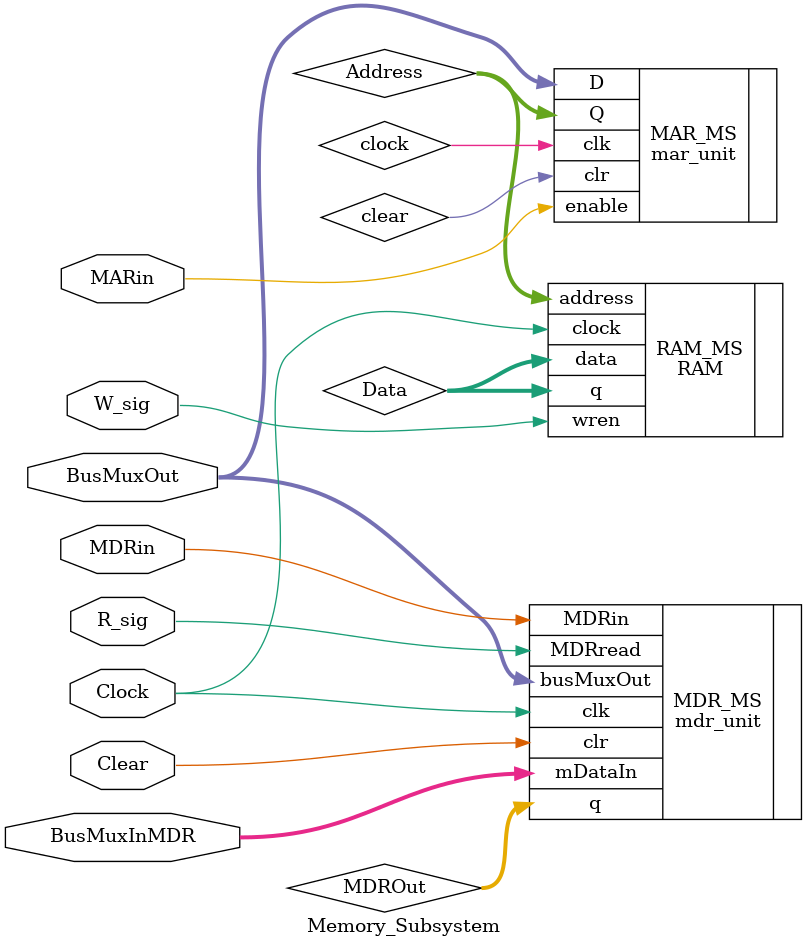
<source format=v>
module Memory_Subsystem(
	input Clock, Clear, MARin, MDRin, W_sig, R_sig,
	input[31:0] BusMuxOut,
	inout[31:0] BusMuxInMDR); //not sure what to do for this pipeline --> does BusMuxIn-MDR & Address need to be diff sig and inout?

	wire[31:0] Data, MdataIn, MDMuxOut, MDROut;
	wire[8:0] Address;

	RAM RAM_MS(
		.address(Address),
		.clock(Clock),
		.data(Data),
		.wren(W_sig),
		.q(Data));
	
	mdr_unit MDR_MS(
		.q(MDROut),
		.busMuxOut(BusMuxOut), .mDataIn(BusMuxInMDR), 
		.clk(Clock), .clr(Clear), .MDRin(MDRin), .MDRread(R_sig));
  
	mar_unit MAR_MS(
		.Q(Address),
		.enable(MARin), .clk(clock), .clr(clear),
		.D(BusMuxOut));
 
endmodule
</source>
